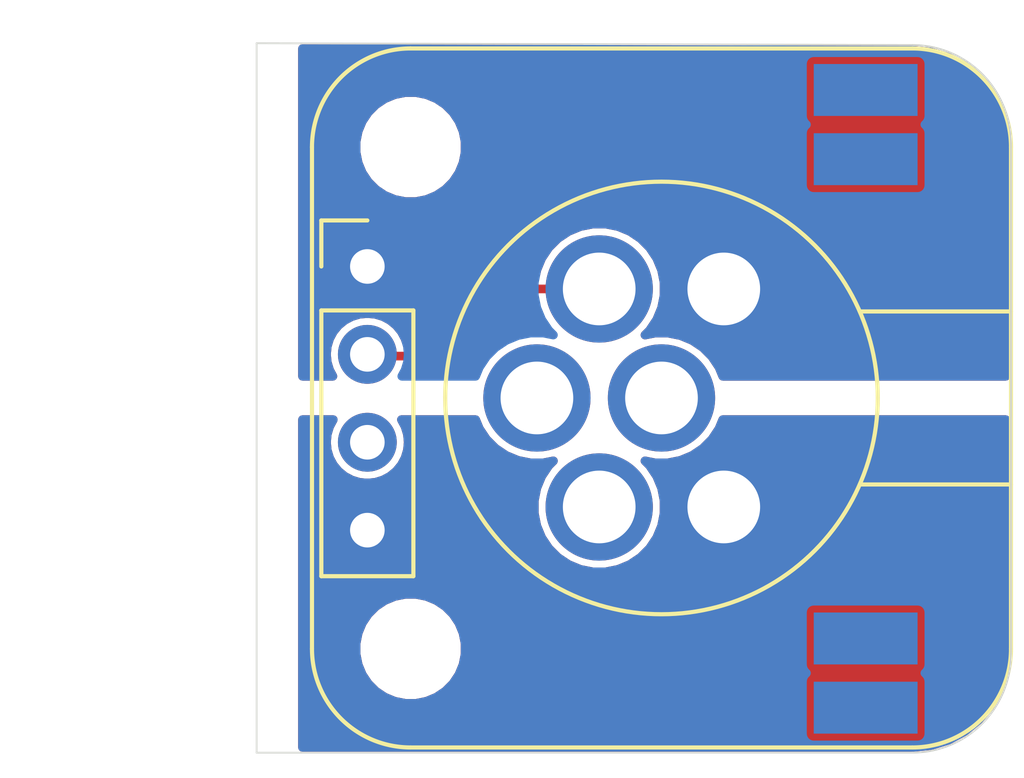
<source format=kicad_pcb>
(kicad_pcb (version 20171130) (host pcbnew 5.1.4+dfsg1-1)

  (general
    (thickness 1.6)
    (drawings 8)
    (tracks 4)
    (zones 0)
    (modules 6)
    (nets 8)
  )

  (page A4)
  (layers
    (0 F.Cu signal)
    (31 B.Cu signal)
    (32 B.Adhes user)
    (33 F.Adhes user)
    (34 B.Paste user)
    (35 F.Paste user)
    (36 B.SilkS user)
    (37 F.SilkS user)
    (38 B.Mask user)
    (39 F.Mask user)
    (40 Dwgs.User user)
    (41 Cmts.User user)
    (42 Eco1.User user)
    (43 Eco2.User user)
    (44 Edge.Cuts user)
    (45 Margin user)
    (46 B.CrtYd user)
    (47 F.CrtYd user)
    (48 B.Fab user hide)
    (49 F.Fab user hide)
  )

  (setup
    (last_trace_width 0.25)
    (user_trace_width 0.2)
    (trace_clearance 0.2)
    (zone_clearance 0)
    (zone_45_only no)
    (trace_min 0.2)
    (via_size 0.8)
    (via_drill 0.4)
    (via_min_size 0.4)
    (via_min_drill 0.3)
    (uvia_size 0.3)
    (uvia_drill 0.1)
    (uvias_allowed no)
    (uvia_min_size 0.2)
    (uvia_min_drill 0.1)
    (edge_width 0.05)
    (segment_width 0.2)
    (pcb_text_width 0.3)
    (pcb_text_size 1.5 1.5)
    (mod_edge_width 0.12)
    (mod_text_size 1 1)
    (mod_text_width 0.15)
    (pad_size 1.524 1.524)
    (pad_drill 0.762)
    (pad_to_mask_clearance 0.051)
    (solder_mask_min_width 0.25)
    (aux_axis_origin 0 0)
    (visible_elements FFFFFF7F)
    (pcbplotparams
      (layerselection 0x010fc_ffffffff)
      (usegerberextensions true)
      (usegerberattributes false)
      (usegerberadvancedattributes false)
      (creategerberjobfile false)
      (excludeedgelayer true)
      (linewidth 0.100000)
      (plotframeref false)
      (viasonmask false)
      (mode 1)
      (useauxorigin false)
      (hpglpennumber 1)
      (hpglpenspeed 20)
      (hpglpendiameter 15.000000)
      (psnegative false)
      (psa4output false)
      (plotreference true)
      (plotvalue true)
      (plotinvisibletext false)
      (padsonsilk false)
      (subtractmaskfromsilk false)
      (outputformat 1)
      (mirror false)
      (drillshape 0)
      (scaleselection 1)
      (outputdirectory "gerber/"))
  )

  (net 0 "")
  (net 1 GND)
  (net 2 "Net-(J1-Pad3)")
  (net 3 "Net-(J2-Pad4)")
  (net 4 "Net-(J2-Pad3)")
  (net 5 HEAT)
  (net 6 JUNC)
  (net 7 "Net-(J2-Pad6)")

  (net_class Default "This is the default net class."
    (clearance 0.2)
    (trace_width 0.25)
    (via_dia 0.8)
    (via_drill 0.4)
    (uvia_dia 0.3)
    (uvia_drill 0.1)
    (add_net GND)
    (add_net HEAT)
    (add_net JUNC)
    (add_net "Net-(J1-Pad3)")
    (add_net "Net-(J2-Pad3)")
    (add_net "Net-(J2-Pad4)")
    (add_net "Net-(J2-Pad6)")
  )

  (module otter:pad_1.5_3 (layer B.Cu) (tedit 5E94B382) (tstamp 5E9625D1)
    (at 105.9 107.45 270)
    (fp_text reference REF** (at 0 -3.7 270) (layer B.SilkS) hide
      (effects (font (size 1 1) (thickness 0.15)) (justify mirror))
    )
    (fp_text value pad_1.5_3 (at 0 -2.7 270) (layer B.Fab)
      (effects (font (size 1 1) (thickness 0.15)) (justify mirror))
    )
    (pad 1 smd rect (at 0 0 270) (size 1.5 3) (layers B.Cu B.Paste B.Mask))
  )

  (module otter:pad_1.5_3 (layer B.Cu) (tedit 5E94B382) (tstamp 5E9625CD)
    (at 105.9 109.45 270)
    (fp_text reference REF** (at 0 -3.7 270) (layer B.SilkS) hide
      (effects (font (size 1 1) (thickness 0.15)) (justify mirror))
    )
    (fp_text value pad_1.5_3 (at 0 -2.7 270) (layer B.Fab)
      (effects (font (size 1 1) (thickness 0.15)) (justify mirror))
    )
    (pad 1 smd rect (at 0 0 270) (size 1.5 3) (layers B.Cu B.Paste B.Mask))
  )

  (module otter:pad_1.5_3 (layer B.Cu) (tedit 5E94B382) (tstamp 5E9625B2)
    (at 105.9 93.6 270)
    (fp_text reference REF** (at 0 -3.7 270) (layer B.SilkS) hide
      (effects (font (size 1 1) (thickness 0.15)) (justify mirror))
    )
    (fp_text value pad_1.5_3 (at 0 -2.7 270) (layer B.Fab)
      (effects (font (size 1 1) (thickness 0.15)) (justify mirror))
    )
    (pad 1 smd rect (at 0 0 270) (size 1.5 3) (layers B.Cu B.Paste B.Mask))
  )

  (module otter:pad_1.5_3 (layer B.Cu) (tedit 5E94B382) (tstamp 5E9625A3)
    (at 105.9 91.6 270)
    (fp_text reference REF** (at 0 -3.7 270) (layer B.SilkS) hide
      (effects (font (size 1 1) (thickness 0.15)) (justify mirror))
    )
    (fp_text value pad_1.5_3 (at 0 -2.7 270) (layer B.Fab)
      (effects (font (size 1 1) (thickness 0.15)) (justify mirror))
    )
    (pad 1 smd rect (at 0 0 270) (size 1.5 3) (layers B.Cu B.Paste B.Mask))
  )

  (module "otter:RPC1-12RB-6P(71)" (layer F.Cu) (tedit 5E94B842) (tstamp 5E5C5788)
    (at 100 100.5 180)
    (path /5E5C0C87)
    (fp_text reference J2 (at 0.025 -5.125) (layer F.SilkS) hide
      (effects (font (size 1 1) (thickness 0.15)))
    )
    (fp_text value C245 (at 0.05 -7.8) (layer F.Fab) hide
      (effects (font (size 1 1) (thickness 0.15)))
    )
    (fp_circle (center 0 0) (end 6.25 0) (layer F.SilkS) (width 0.12))
    (fp_arc (start -7.25 -7.25) (end -7.25 -10.1) (angle -90) (layer F.SilkS) (width 0.12))
    (fp_arc (start -7.25 7.25) (end -10.1 7.25) (angle -90) (layer F.SilkS) (width 0.12))
    (fp_arc (start 7.25 7.25) (end 7.25 10.1) (angle -90) (layer F.SilkS) (width 0.12))
    (fp_arc (start 7.25 -7.25) (end 10.1 -7.25) (angle -90) (layer F.SilkS) (width 0.12))
    (fp_line (start -7.25 10.1) (end 7.25 10.1) (layer F.SilkS) (width 0.12))
    (fp_line (start -7.25 -10.1) (end 7.25 -10.1) (layer F.SilkS) (width 0.12))
    (fp_line (start 10.1 -7.25) (end 10.1 7.25) (layer F.SilkS) (width 0.12))
    (fp_line (start -10.1 -7.25) (end -10.1 7.25) (layer F.SilkS) (width 0.12))
    (fp_line (start -10.1 -2.5) (end -5.75 -2.5) (layer F.SilkS) (width 0.12))
    (fp_line (start -10.1 2.5) (end -5.75 2.5) (layer F.SilkS) (width 0.12))
    (pad "" np_thru_hole circle (at 7.25 7.25 180) (size 2.5 2.5) (drill 2.5) (layers *.Cu *.Mask))
    (pad "" np_thru_hole circle (at 7.25 -7.25 180) (size 2.5 2.5) (drill 2.5) (layers *.Cu *.Mask))
    (pad 1 thru_hole circle (at -1.8 3.15 180) (size 3.1 3.1) (drill 2.1) (layers *.Cu *.Mask)
      (net 1 GND))
    (pad 2 thru_hole circle (at 1.8 3.15 180) (size 3.1 3.1) (drill 2.1) (layers *.Cu *.Mask)
      (net 6 JUNC))
    (pad 5 thru_hole circle (at -1.8 -3.15 180) (size 3.1 3.1) (drill 2.1) (layers *.Cu *.Mask)
      (net 5 HEAT))
    (pad 4 thru_hole circle (at 1.8 -3.15 180) (size 3.1 3.1) (drill 2.1) (layers *.Cu *.Mask)
      (net 3 "Net-(J2-Pad4)"))
    (pad 3 thru_hole circle (at 3.6 0 180) (size 3.1 3.1) (drill 2.1) (layers *.Cu *.Mask)
      (net 4 "Net-(J2-Pad3)"))
    (pad 6 thru_hole circle (at 0 0 180) (size 3.1 3.1) (drill 2.1) (layers *.Cu *.Mask)
      (net 7 "Net-(J2-Pad6)"))
    (model ${KIPRJMOD}/RPC1-12RB-6P.stp
      (offset (xyz 0 0 6.25))
      (scale (xyz 1 1 1))
      (rotate (xyz 180 0 90))
    )
  )

  (module Connector_PinHeader_2.54mm:PinHeader_1x04_P2.54mm_Vertical (layer F.Cu) (tedit 5E94B70C) (tstamp 5E939EC4)
    (at 91.5 100.5)
    (descr "Through hole straight pin header, 1x04, 2.54mm pitch, single row")
    (tags "Through hole pin header THT 1x04 2.54mm single row")
    (path /5E992574)
    (fp_text reference J1 (at 0 -6.13) (layer F.SilkS) hide
      (effects (font (size 1 1) (thickness 0.15)))
    )
    (fp_text value Otter-Iron (at 0 6.15) (layer F.Fab)
      (effects (font (size 1 1) (thickness 0.15)))
    )
    (fp_text user %R (at 0 0.01 90) (layer F.Fab)
      (effects (font (size 1 1) (thickness 0.15)))
    )
    (fp_line (start 1.8 -5.6) (end -1.8 -5.6) (layer F.CrtYd) (width 0.05))
    (fp_line (start 1.8 5.6) (end 1.8 -5.6) (layer F.CrtYd) (width 0.05))
    (fp_line (start -1.8 5.6) (end 1.8 5.6) (layer F.CrtYd) (width 0.05))
    (fp_line (start -1.8 -5.6) (end -1.8 5.6) (layer F.CrtYd) (width 0.05))
    (fp_line (start -1.33 -5.13) (end 0 -5.13) (layer F.SilkS) (width 0.12))
    (fp_line (start -1.33 -3.8) (end -1.33 -5.13) (layer F.SilkS) (width 0.12))
    (fp_line (start -1.33 -2.53) (end 1.33 -2.53) (layer F.SilkS) (width 0.12))
    (fp_line (start 1.33 -2.53) (end 1.33 5.15) (layer F.SilkS) (width 0.12))
    (fp_line (start -1.33 -2.53) (end -1.33 5.15) (layer F.SilkS) (width 0.12))
    (fp_line (start -1.33 5.15) (end 1.33 5.15) (layer F.SilkS) (width 0.12))
    (fp_line (start -1.27 -4.435) (end -0.635 -5.07) (layer F.Fab) (width 0.1))
    (fp_line (start -1.27 5.09) (end -1.27 -4.435) (layer F.Fab) (width 0.1))
    (fp_line (start 1.27 5.09) (end -1.27 5.09) (layer F.Fab) (width 0.1))
    (fp_line (start 1.27 -5.07) (end 1.27 5.09) (layer F.Fab) (width 0.1))
    (fp_line (start -0.635 -5.07) (end 1.27 -5.07) (layer F.Fab) (width 0.1))
    (pad 4 thru_hole oval (at 0 3.82) (size 1.7 1.7) (drill 1) (layers *.Cu *.Mask)
      (net 5 HEAT))
    (pad 3 thru_hole oval (at 0 1.28) (size 1.7 1.7) (drill 1) (layers *.Cu *.Mask)
      (net 2 "Net-(J1-Pad3)"))
    (pad 2 thru_hole oval (at 0 -1.26) (size 1.7 1.7) (drill 1) (layers *.Cu *.Mask)
      (net 6 JUNC))
    (pad 1 thru_hole rect (at 0 -3.8) (size 1.7 1.7) (drill 1) (layers *.Cu *.Mask)
      (net 1 GND))
  )

  (gr_line (start 105.1 90.3) (end 105.1 110.75) (layer Eco1.User) (width 0.15) (tstamp 5E950EB7))
  (dimension 20.5 (width 0.15) (layer Dwgs.User)
    (gr_text "20,500 mm" (at 84.55 100.5 270) (layer Dwgs.User)
      (effects (font (size 1 1) (thickness 0.15)))
    )
    (feature1 (pts (xy 88.3 110.75) (xy 85.263579 110.75)))
    (feature2 (pts (xy 88.3 90.25) (xy 85.263579 90.25)))
    (crossbar (pts (xy 85.85 90.25) (xy 85.85 110.75)))
    (arrow1a (pts (xy 85.85 110.75) (xy 85.263579 109.623496)))
    (arrow1b (pts (xy 85.85 110.75) (xy 86.436421 109.623496)))
    (arrow2a (pts (xy 85.85 90.25) (xy 85.263579 91.376504)))
    (arrow2b (pts (xy 85.85 90.25) (xy 86.436421 91.376504)))
  )
  (gr_line (start 88.3 90.25) (end 88.3 110.75) (layer Edge.Cuts) (width 0.05))
  (gr_arc (start 107.25 107.9) (end 107.25 110.75) (angle -90) (layer Edge.Cuts) (width 0.05) (tstamp 5E939FC4))
  (gr_arc (start 107.25 93.15) (end 110.1 93.15) (angle -90) (layer Edge.Cuts) (width 0.05) (tstamp 5E939FC4))
  (gr_line (start 107.25 90.3) (end 88.3 90.25) (layer Edge.Cuts) (width 0.05))
  (gr_line (start 88.3 110.75) (end 107.25 110.75) (layer Edge.Cuts) (width 0.05))
  (gr_line (start 110.1 107.9) (end 110.1 93.15) (layer Edge.Cuts) (width 0.05) (tstamp 5E5C5B3B))

  (segment (start 98.2 97.35) (end 98.05 97.5) (width 0.2) (layer F.Cu) (net 6))
  (segment (start 98.2 97.35) (end 96.007969 97.35) (width 0.25) (layer F.Cu) (net 6))
  (segment (start 94.06797 99.29) (end 91.5 99.29) (width 0.25) (layer F.Cu) (net 6))
  (segment (start 96.007969 97.35) (end 94.06797 99.29) (width 0.25) (layer F.Cu) (net 6))

  (zone (net 1) (net_name GND) (layer F.Cu) (tstamp 0) (hatch edge 0.508)
    (connect_pads yes (clearance 0))
    (min_thickness 0.254)
    (fill yes (arc_segments 32) (thermal_gap 0.508) (thermal_bridge_width 0.508))
    (polygon
      (pts
        (xy 110.5 100) (xy 89.5 100) (xy 89.5 89) (xy 110.5 89)
      )
    )
    (filled_polygon
      (pts
        (xy 107.242359 90.45198) (xy 107.773902 90.504099) (xy 108.277852 90.65625) (xy 108.742648 90.903386) (xy 109.15059 91.236095)
        (xy 109.486138 91.641705) (xy 109.736516 92.104769) (xy 109.89218 92.607637) (xy 109.947959 93.138329) (xy 109.948001 93.150527)
        (xy 109.948001 99.873) (xy 101.771938 99.873) (xy 101.663376 99.610907) (xy 101.457961 99.303482) (xy 101.196518 99.042039)
        (xy 100.889093 98.836624) (xy 100.547501 98.695132) (xy 100.184868 98.623) (xy 99.815132 98.623) (xy 99.523462 98.681017)
        (xy 99.657961 98.546518) (xy 99.863376 98.239093) (xy 100.004868 97.897501) (xy 100.077 97.534868) (xy 100.077 97.165132)
        (xy 100.004868 96.802499) (xy 99.863376 96.460907) (xy 99.657961 96.153482) (xy 99.396518 95.892039) (xy 99.089093 95.686624)
        (xy 98.747501 95.545132) (xy 98.384868 95.473) (xy 98.015132 95.473) (xy 97.652499 95.545132) (xy 97.310907 95.686624)
        (xy 97.003482 95.892039) (xy 96.742039 96.153482) (xy 96.536624 96.460907) (xy 96.395132 96.802499) (xy 96.376136 96.898)
        (xy 96.030174 96.898) (xy 96.007969 96.895813) (xy 95.919361 96.90454) (xy 95.838138 96.929179) (xy 95.834159 96.930386)
        (xy 95.755636 96.972357) (xy 95.68681 97.028841) (xy 95.67265 97.046095) (xy 93.880747 98.838) (xy 92.608015 98.838)
        (xy 92.592667 98.787403) (xy 92.483374 98.58293) (xy 92.336291 98.403709) (xy 92.15707 98.256626) (xy 91.952597 98.147333)
        (xy 91.730732 98.080031) (xy 91.557812 98.063) (xy 91.442188 98.063) (xy 91.269268 98.080031) (xy 91.047403 98.147333)
        (xy 90.84293 98.256626) (xy 90.663709 98.403709) (xy 90.516626 98.58293) (xy 90.407333 98.787403) (xy 90.340031 99.009268)
        (xy 90.317306 99.24) (xy 90.340031 99.470732) (xy 90.407333 99.692597) (xy 90.50376 99.873) (xy 89.627 99.873)
        (xy 89.627 93.094679) (xy 91.173 93.094679) (xy 91.173 93.405321) (xy 91.233604 93.709994) (xy 91.352481 93.996989)
        (xy 91.525064 94.255279) (xy 91.744721 94.474936) (xy 92.003011 94.647519) (xy 92.290006 94.766396) (xy 92.594679 94.827)
        (xy 92.905321 94.827) (xy 93.209994 94.766396) (xy 93.496989 94.647519) (xy 93.755279 94.474936) (xy 93.974936 94.255279)
        (xy 94.147519 93.996989) (xy 94.266396 93.709994) (xy 94.327 93.405321) (xy 94.327 93.094679) (xy 94.266396 92.790006)
        (xy 94.147519 92.503011) (xy 93.974936 92.244721) (xy 93.755279 92.025064) (xy 93.496989 91.852481) (xy 93.209994 91.733604)
        (xy 92.905321 91.673) (xy 92.594679 91.673) (xy 92.290006 91.733604) (xy 92.003011 91.852481) (xy 91.744721 92.025064)
        (xy 91.525064 92.244721) (xy 91.352481 92.503011) (xy 91.233604 92.790006) (xy 91.173 93.094679) (xy 89.627 93.094679)
        (xy 89.627 90.405501)
      )
    )
  )
  (zone (net 5) (net_name HEAT) (layer F.Cu) (tstamp 0) (hatch edge 0.508)
    (connect_pads yes (clearance 0))
    (min_thickness 0.254)
    (fill yes (arc_segments 32) (thermal_gap 0.508) (thermal_bridge_width 0.508))
    (polygon
      (pts
        (xy 110.5 101) (xy 89.5 101) (xy 89.5 111.5) (xy 110.5 111.5)
      )
    )
    (filled_polygon
      (pts
        (xy 90.407333 101.327403) (xy 90.340031 101.549268) (xy 90.317306 101.78) (xy 90.340031 102.010732) (xy 90.407333 102.232597)
        (xy 90.516626 102.43707) (xy 90.663709 102.616291) (xy 90.84293 102.763374) (xy 91.047403 102.872667) (xy 91.269268 102.939969)
        (xy 91.442188 102.957) (xy 91.557812 102.957) (xy 91.730732 102.939969) (xy 91.952597 102.872667) (xy 92.15707 102.763374)
        (xy 92.336291 102.616291) (xy 92.483374 102.43707) (xy 92.592667 102.232597) (xy 92.659969 102.010732) (xy 92.682694 101.78)
        (xy 92.659969 101.549268) (xy 92.592667 101.327403) (xy 92.485549 101.127) (xy 94.628062 101.127) (xy 94.736624 101.389093)
        (xy 94.942039 101.696518) (xy 95.203482 101.957961) (xy 95.510907 102.163376) (xy 95.852499 102.304868) (xy 96.215132 102.377)
        (xy 96.584868 102.377) (xy 96.876538 102.318983) (xy 96.742039 102.453482) (xy 96.536624 102.760907) (xy 96.395132 103.102499)
        (xy 96.323 103.465132) (xy 96.323 103.834868) (xy 96.395132 104.197501) (xy 96.536624 104.539093) (xy 96.742039 104.846518)
        (xy 97.003482 105.107961) (xy 97.310907 105.313376) (xy 97.652499 105.454868) (xy 98.015132 105.527) (xy 98.384868 105.527)
        (xy 98.747501 105.454868) (xy 99.089093 105.313376) (xy 99.396518 105.107961) (xy 99.657961 104.846518) (xy 99.863376 104.539093)
        (xy 100.004868 104.197501) (xy 100.077 103.834868) (xy 100.077 103.465132) (xy 100.004868 103.102499) (xy 99.863376 102.760907)
        (xy 99.657961 102.453482) (xy 99.523462 102.318983) (xy 99.815132 102.377) (xy 100.184868 102.377) (xy 100.547501 102.304868)
        (xy 100.889093 102.163376) (xy 101.196518 101.957961) (xy 101.457961 101.696518) (xy 101.663376 101.389093) (xy 101.771938 101.127)
        (xy 109.948 101.127) (xy 109.948 107.892561) (xy 109.895901 108.423903) (xy 109.74375 108.927852) (xy 109.496615 109.392647)
        (xy 109.163904 109.80059) (xy 108.758298 110.136137) (xy 108.295231 110.386516) (xy 107.792361 110.54218) (xy 107.26167 110.597959)
        (xy 107.249761 110.598) (xy 89.627 110.598) (xy 89.627 107.594679) (xy 91.173 107.594679) (xy 91.173 107.905321)
        (xy 91.233604 108.209994) (xy 91.352481 108.496989) (xy 91.525064 108.755279) (xy 91.744721 108.974936) (xy 92.003011 109.147519)
        (xy 92.290006 109.266396) (xy 92.594679 109.327) (xy 92.905321 109.327) (xy 93.209994 109.266396) (xy 93.496989 109.147519)
        (xy 93.755279 108.974936) (xy 93.974936 108.755279) (xy 94.147519 108.496989) (xy 94.266396 108.209994) (xy 94.327 107.905321)
        (xy 94.327 107.594679) (xy 94.266396 107.290006) (xy 94.147519 107.003011) (xy 93.974936 106.744721) (xy 93.755279 106.525064)
        (xy 93.496989 106.352481) (xy 93.209994 106.233604) (xy 92.905321 106.173) (xy 92.594679 106.173) (xy 92.290006 106.233604)
        (xy 92.003011 106.352481) (xy 91.744721 106.525064) (xy 91.525064 106.744721) (xy 91.352481 107.003011) (xy 91.233604 107.290006)
        (xy 91.173 107.594679) (xy 89.627 107.594679) (xy 89.627 101.127) (xy 90.514451 101.127)
      )
    )
  )
  (zone (net 5) (net_name HEAT) (layer B.Cu) (tstamp 5E939DA8) (hatch edge 0.508)
    (connect_pads yes (clearance 0))
    (min_thickness 0.254)
    (fill yes (arc_segments 32) (thermal_gap 0.508) (thermal_bridge_width 0.508))
    (polygon
      (pts
        (xy 110.5 101) (xy 89.5 101) (xy 89.5 111.5) (xy 110.5 111.5)
      )
    )
    (filled_polygon
      (pts
        (xy 90.407333 101.327403) (xy 90.340031 101.549268) (xy 90.317306 101.78) (xy 90.340031 102.010732) (xy 90.407333 102.232597)
        (xy 90.516626 102.43707) (xy 90.663709 102.616291) (xy 90.84293 102.763374) (xy 91.047403 102.872667) (xy 91.269268 102.939969)
        (xy 91.442188 102.957) (xy 91.557812 102.957) (xy 91.730732 102.939969) (xy 91.952597 102.872667) (xy 92.15707 102.763374)
        (xy 92.336291 102.616291) (xy 92.483374 102.43707) (xy 92.592667 102.232597) (xy 92.659969 102.010732) (xy 92.682694 101.78)
        (xy 92.659969 101.549268) (xy 92.592667 101.327403) (xy 92.485549 101.127) (xy 94.628062 101.127) (xy 94.736624 101.389093)
        (xy 94.942039 101.696518) (xy 95.203482 101.957961) (xy 95.510907 102.163376) (xy 95.852499 102.304868) (xy 96.215132 102.377)
        (xy 96.584868 102.377) (xy 96.876538 102.318983) (xy 96.742039 102.453482) (xy 96.536624 102.760907) (xy 96.395132 103.102499)
        (xy 96.323 103.465132) (xy 96.323 103.834868) (xy 96.395132 104.197501) (xy 96.536624 104.539093) (xy 96.742039 104.846518)
        (xy 97.003482 105.107961) (xy 97.310907 105.313376) (xy 97.652499 105.454868) (xy 98.015132 105.527) (xy 98.384868 105.527)
        (xy 98.747501 105.454868) (xy 99.089093 105.313376) (xy 99.396518 105.107961) (xy 99.657961 104.846518) (xy 99.863376 104.539093)
        (xy 100.004868 104.197501) (xy 100.077 103.834868) (xy 100.077 103.465132) (xy 100.004868 103.102499) (xy 99.863376 102.760907)
        (xy 99.657961 102.453482) (xy 99.523462 102.318983) (xy 99.815132 102.377) (xy 100.184868 102.377) (xy 100.547501 102.304868)
        (xy 100.889093 102.163376) (xy 101.196518 101.957961) (xy 101.457961 101.696518) (xy 101.663376 101.389093) (xy 101.771938 101.127)
        (xy 109.948 101.127) (xy 109.948 107.892561) (xy 109.895901 108.423903) (xy 109.74375 108.927852) (xy 109.496615 109.392647)
        (xy 109.163904 109.80059) (xy 108.758298 110.136137) (xy 108.295231 110.386516) (xy 107.792361 110.54218) (xy 107.26167 110.597959)
        (xy 107.249761 110.598) (xy 89.627 110.598) (xy 89.627 107.594679) (xy 91.173 107.594679) (xy 91.173 107.905321)
        (xy 91.233604 108.209994) (xy 91.352481 108.496989) (xy 91.525064 108.755279) (xy 91.744721 108.974936) (xy 92.003011 109.147519)
        (xy 92.290006 109.266396) (xy 92.594679 109.327) (xy 92.905321 109.327) (xy 93.209994 109.266396) (xy 93.496989 109.147519)
        (xy 93.755279 108.974936) (xy 93.974936 108.755279) (xy 94.147519 108.496989) (xy 94.266396 108.209994) (xy 94.327 107.905321)
        (xy 94.327 107.594679) (xy 94.266396 107.290006) (xy 94.147519 107.003011) (xy 93.974936 106.744721) (xy 93.930215 106.7)
        (xy 104.071418 106.7) (xy 104.071418 108.2) (xy 104.077732 108.264103) (xy 104.09643 108.325743) (xy 104.126794 108.38255)
        (xy 104.167657 108.432343) (xy 104.189173 108.45) (xy 104.167657 108.467657) (xy 104.126794 108.51745) (xy 104.09643 108.574257)
        (xy 104.077732 108.635897) (xy 104.071418 108.7) (xy 104.071418 110.2) (xy 104.077732 110.264103) (xy 104.09643 110.325743)
        (xy 104.126794 110.38255) (xy 104.167657 110.432343) (xy 104.21745 110.473206) (xy 104.274257 110.50357) (xy 104.335897 110.522268)
        (xy 104.4 110.528582) (xy 107.4 110.528582) (xy 107.464103 110.522268) (xy 107.525743 110.50357) (xy 107.58255 110.473206)
        (xy 107.632343 110.432343) (xy 107.673206 110.38255) (xy 107.70357 110.325743) (xy 107.722268 110.264103) (xy 107.728582 110.2)
        (xy 107.728582 108.7) (xy 107.722268 108.635897) (xy 107.70357 108.574257) (xy 107.673206 108.51745) (xy 107.632343 108.467657)
        (xy 107.610827 108.45) (xy 107.632343 108.432343) (xy 107.673206 108.38255) (xy 107.70357 108.325743) (xy 107.722268 108.264103)
        (xy 107.728582 108.2) (xy 107.728582 106.7) (xy 107.722268 106.635897) (xy 107.70357 106.574257) (xy 107.673206 106.51745)
        (xy 107.632343 106.467657) (xy 107.58255 106.426794) (xy 107.525743 106.39643) (xy 107.464103 106.377732) (xy 107.4 106.371418)
        (xy 104.4 106.371418) (xy 104.335897 106.377732) (xy 104.274257 106.39643) (xy 104.21745 106.426794) (xy 104.167657 106.467657)
        (xy 104.126794 106.51745) (xy 104.09643 106.574257) (xy 104.077732 106.635897) (xy 104.071418 106.7) (xy 93.930215 106.7)
        (xy 93.755279 106.525064) (xy 93.496989 106.352481) (xy 93.209994 106.233604) (xy 92.905321 106.173) (xy 92.594679 106.173)
        (xy 92.290006 106.233604) (xy 92.003011 106.352481) (xy 91.744721 106.525064) (xy 91.525064 106.744721) (xy 91.352481 107.003011)
        (xy 91.233604 107.290006) (xy 91.173 107.594679) (xy 89.627 107.594679) (xy 89.627 101.127) (xy 90.514451 101.127)
      )
    )
  )
  (zone (net 1) (net_name GND) (layer B.Cu) (tstamp 5E939DAF) (hatch edge 0.508)
    (connect_pads yes (clearance 0))
    (min_thickness 0.254)
    (fill yes (arc_segments 32) (thermal_gap 0.508) (thermal_bridge_width 0.508))
    (polygon
      (pts
        (xy 110.5 100) (xy 89.5 100) (xy 89.5 89) (xy 110.5 89)
      )
    )
    (filled_polygon
      (pts
        (xy 107.242359 90.45198) (xy 107.773902 90.504099) (xy 108.277852 90.65625) (xy 108.742648 90.903386) (xy 109.15059 91.236095)
        (xy 109.486138 91.641705) (xy 109.736516 92.104769) (xy 109.89218 92.607637) (xy 109.947959 93.138329) (xy 109.948001 93.150527)
        (xy 109.948001 99.873) (xy 101.771938 99.873) (xy 101.663376 99.610907) (xy 101.457961 99.303482) (xy 101.196518 99.042039)
        (xy 100.889093 98.836624) (xy 100.547501 98.695132) (xy 100.184868 98.623) (xy 99.815132 98.623) (xy 99.523462 98.681017)
        (xy 99.657961 98.546518) (xy 99.863376 98.239093) (xy 100.004868 97.897501) (xy 100.077 97.534868) (xy 100.077 97.165132)
        (xy 100.004868 96.802499) (xy 99.863376 96.460907) (xy 99.657961 96.153482) (xy 99.396518 95.892039) (xy 99.089093 95.686624)
        (xy 98.747501 95.545132) (xy 98.384868 95.473) (xy 98.015132 95.473) (xy 97.652499 95.545132) (xy 97.310907 95.686624)
        (xy 97.003482 95.892039) (xy 96.742039 96.153482) (xy 96.536624 96.460907) (xy 96.395132 96.802499) (xy 96.323 97.165132)
        (xy 96.323 97.534868) (xy 96.395132 97.897501) (xy 96.536624 98.239093) (xy 96.742039 98.546518) (xy 96.876538 98.681017)
        (xy 96.584868 98.623) (xy 96.215132 98.623) (xy 95.852499 98.695132) (xy 95.510907 98.836624) (xy 95.203482 99.042039)
        (xy 94.942039 99.303482) (xy 94.736624 99.610907) (xy 94.628062 99.873) (xy 92.49624 99.873) (xy 92.592667 99.692597)
        (xy 92.659969 99.470732) (xy 92.682694 99.24) (xy 92.659969 99.009268) (xy 92.592667 98.787403) (xy 92.483374 98.58293)
        (xy 92.336291 98.403709) (xy 92.15707 98.256626) (xy 91.952597 98.147333) (xy 91.730732 98.080031) (xy 91.557812 98.063)
        (xy 91.442188 98.063) (xy 91.269268 98.080031) (xy 91.047403 98.147333) (xy 90.84293 98.256626) (xy 90.663709 98.403709)
        (xy 90.516626 98.58293) (xy 90.407333 98.787403) (xy 90.340031 99.009268) (xy 90.317306 99.24) (xy 90.340031 99.470732)
        (xy 90.407333 99.692597) (xy 90.50376 99.873) (xy 89.627 99.873) (xy 89.627 93.094679) (xy 91.173 93.094679)
        (xy 91.173 93.405321) (xy 91.233604 93.709994) (xy 91.352481 93.996989) (xy 91.525064 94.255279) (xy 91.744721 94.474936)
        (xy 92.003011 94.647519) (xy 92.290006 94.766396) (xy 92.594679 94.827) (xy 92.905321 94.827) (xy 93.209994 94.766396)
        (xy 93.496989 94.647519) (xy 93.755279 94.474936) (xy 93.974936 94.255279) (xy 94.147519 93.996989) (xy 94.266396 93.709994)
        (xy 94.327 93.405321) (xy 94.327 93.094679) (xy 94.266396 92.790006) (xy 94.147519 92.503011) (xy 93.974936 92.244721)
        (xy 93.755279 92.025064) (xy 93.496989 91.852481) (xy 93.209994 91.733604) (xy 92.905321 91.673) (xy 92.594679 91.673)
        (xy 92.290006 91.733604) (xy 92.003011 91.852481) (xy 91.744721 92.025064) (xy 91.525064 92.244721) (xy 91.352481 92.503011)
        (xy 91.233604 92.790006) (xy 91.173 93.094679) (xy 89.627 93.094679) (xy 89.627 90.85) (xy 104.071418 90.85)
        (xy 104.071418 92.35) (xy 104.077732 92.414103) (xy 104.09643 92.475743) (xy 104.126794 92.53255) (xy 104.167657 92.582343)
        (xy 104.189173 92.6) (xy 104.167657 92.617657) (xy 104.126794 92.66745) (xy 104.09643 92.724257) (xy 104.077732 92.785897)
        (xy 104.071418 92.85) (xy 104.071418 94.35) (xy 104.077732 94.414103) (xy 104.09643 94.475743) (xy 104.126794 94.53255)
        (xy 104.167657 94.582343) (xy 104.21745 94.623206) (xy 104.274257 94.65357) (xy 104.335897 94.672268) (xy 104.4 94.678582)
        (xy 107.4 94.678582) (xy 107.464103 94.672268) (xy 107.525743 94.65357) (xy 107.58255 94.623206) (xy 107.632343 94.582343)
        (xy 107.673206 94.53255) (xy 107.70357 94.475743) (xy 107.722268 94.414103) (xy 107.728582 94.35) (xy 107.728582 92.85)
        (xy 107.722268 92.785897) (xy 107.70357 92.724257) (xy 107.673206 92.66745) (xy 107.632343 92.617657) (xy 107.610827 92.6)
        (xy 107.632343 92.582343) (xy 107.673206 92.53255) (xy 107.70357 92.475743) (xy 107.722268 92.414103) (xy 107.728582 92.35)
        (xy 107.728582 90.85) (xy 107.722268 90.785897) (xy 107.70357 90.724257) (xy 107.673206 90.66745) (xy 107.632343 90.617657)
        (xy 107.58255 90.576794) (xy 107.525743 90.54643) (xy 107.464103 90.527732) (xy 107.4 90.521418) (xy 104.4 90.521418)
        (xy 104.335897 90.527732) (xy 104.274257 90.54643) (xy 104.21745 90.576794) (xy 104.167657 90.617657) (xy 104.126794 90.66745)
        (xy 104.09643 90.724257) (xy 104.077732 90.785897) (xy 104.071418 90.85) (xy 89.627 90.85) (xy 89.627 90.405501)
      )
    )
  )
)

</source>
